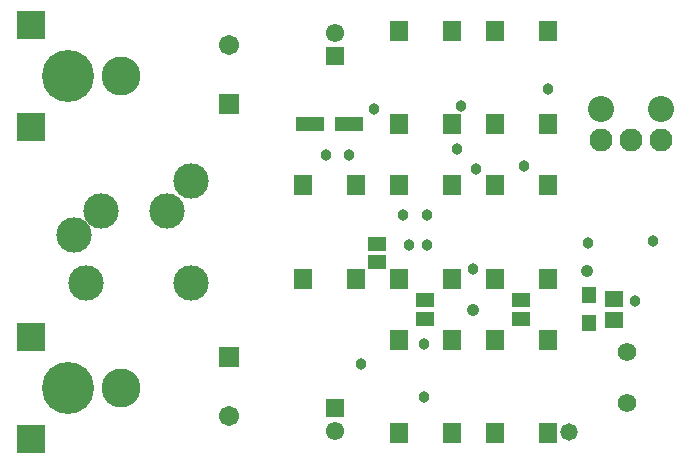
<source format=gts>
%FSLAX24Y24*%
%MOIN*%
G70*
G01*
G75*
G04 Layer_Color=8388736*
%ADD10R,0.0433X0.0492*%
%ADD11R,0.0512X0.0610*%
%ADD12R,0.0512X0.0394*%
%ADD13R,0.0866X0.0374*%
%ADD14R,0.0551X0.0472*%
%ADD15C,0.0120*%
%ADD16C,0.0100*%
%ADD17C,0.0340*%
%ADD18C,0.0532*%
%ADD19R,0.0532X0.0532*%
%ADD20C,0.0591*%
%ADD21R,0.0591X0.0591*%
%ADD22C,0.1100*%
%ADD23C,0.0540*%
%ADD24C,0.0787*%
%ADD25C,0.0689*%
%ADD26R,0.0866X0.0866*%
%ADD27C,0.1654*%
%ADD28C,0.1220*%
%ADD29C,0.0500*%
%ADD30C,0.0300*%
%ADD31C,0.0250*%
%ADD32R,0.0394X0.0512*%
%ADD33O,0.0217X0.0630*%
%ADD34O,0.0630X0.0217*%
%ADD35R,0.0433X0.0551*%
%ADD36R,0.0551X0.0433*%
%ADD37R,0.0472X0.0551*%
%ADD38R,0.0315X0.0354*%
%ADD39R,0.0980X0.0790*%
%ADD40R,0.0940X0.0200*%
%ADD41C,0.0200*%
%ADD42C,0.0150*%
%ADD43C,0.0500*%
%ADD44C,0.0079*%
%ADD45C,0.0050*%
%ADD46C,0.0059*%
%ADD47C,0.0059*%
%ADD48R,0.0513X0.0572*%
%ADD49R,0.0592X0.0690*%
%ADD50R,0.0592X0.0474*%
%ADD51R,0.0946X0.0454*%
%ADD52R,0.0631X0.0552*%
%ADD53C,0.0420*%
%ADD54C,0.0612*%
%ADD55R,0.0612X0.0612*%
%ADD56C,0.0671*%
%ADD57R,0.0671X0.0671*%
%ADD58C,0.1180*%
%ADD59C,0.0620*%
%ADD60C,0.0867*%
%ADD61C,0.0769*%
%ADD62R,0.0946X0.0946*%
%ADD63C,0.1734*%
%ADD64C,0.1300*%
%ADD65C,0.0580*%
%ADD66C,0.0380*%
D48*
X36740Y31957D02*
D03*
Y32883D02*
D03*
D49*
X33614Y38585D02*
D03*
X35386D02*
D03*
X33614Y41715D02*
D03*
X35386D02*
D03*
X30414Y38585D02*
D03*
X32186D02*
D03*
X30414Y41715D02*
D03*
X32186D02*
D03*
Y31415D02*
D03*
X30414D02*
D03*
X32186Y28285D02*
D03*
X30414D02*
D03*
X32186Y36565D02*
D03*
X30414D02*
D03*
X32186Y33435D02*
D03*
X30414D02*
D03*
X33614Y28285D02*
D03*
X35386D02*
D03*
X33614Y31415D02*
D03*
X35386D02*
D03*
X27214Y33435D02*
D03*
X28986D02*
D03*
X27214Y36565D02*
D03*
X28986D02*
D03*
X35386D02*
D03*
X33614D02*
D03*
X35386Y33435D02*
D03*
X33614D02*
D03*
D50*
X31300Y32735D02*
D03*
Y32105D02*
D03*
X34500Y32735D02*
D03*
Y32105D02*
D03*
X29700Y34615D02*
D03*
Y33985D02*
D03*
D51*
X27450Y38600D02*
D03*
X28749D02*
D03*
D52*
X37570Y32774D02*
D03*
Y32066D02*
D03*
D53*
X32900Y32400D02*
D03*
X36700Y33700D02*
D03*
D54*
X28300Y41644D02*
D03*
Y28356D02*
D03*
D55*
Y40856D02*
D03*
Y29144D02*
D03*
D56*
X24750Y41234D02*
D03*
Y28866D02*
D03*
D57*
Y39266D02*
D03*
Y30834D02*
D03*
D58*
X23500Y36700D02*
D03*
Y33300D02*
D03*
X20000D02*
D03*
X22700Y35700D02*
D03*
X20500D02*
D03*
X19600Y34900D02*
D03*
D59*
X38030Y29290D02*
D03*
Y31010D02*
D03*
D60*
X39150Y39103D02*
D03*
X37150D02*
D03*
D61*
X39150Y38070D02*
D03*
X38150D02*
D03*
X37150D02*
D03*
D62*
X18138Y41893D02*
D03*
Y38507D02*
D03*
Y31493D02*
D03*
Y28107D02*
D03*
D63*
X19378Y40200D02*
D03*
Y29800D02*
D03*
D64*
X21150Y40200D02*
D03*
Y29800D02*
D03*
D65*
X36090Y28330D02*
D03*
D66*
X30550Y35550D02*
D03*
X31350D02*
D03*
X33000Y37100D02*
D03*
X31350Y34550D02*
D03*
X30750D02*
D03*
X34600Y37200D02*
D03*
X32350Y37750D02*
D03*
X29600Y39100D02*
D03*
X32500Y39200D02*
D03*
X35400Y39750D02*
D03*
X28750Y37550D02*
D03*
X28000D02*
D03*
X31250Y31250D02*
D03*
X29150Y30600D02*
D03*
X38300Y32700D02*
D03*
X31250Y29500D02*
D03*
X32900Y33750D02*
D03*
X36720Y34620D02*
D03*
X38870Y34700D02*
D03*
M02*

</source>
